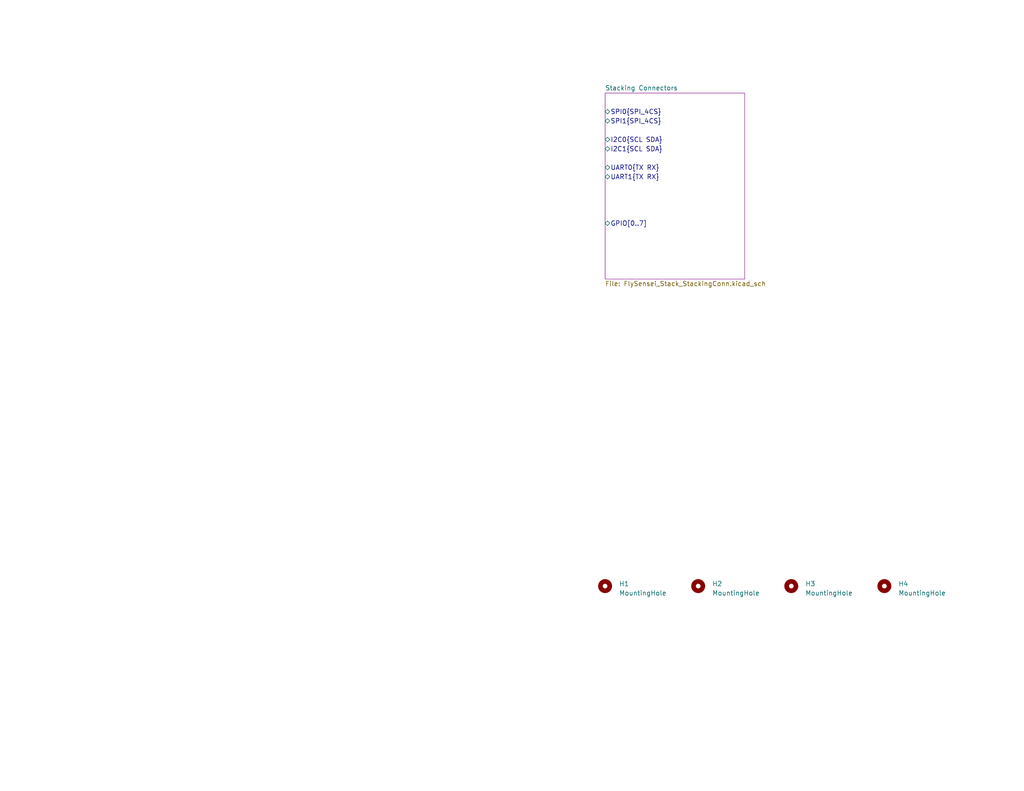
<source format=kicad_sch>
(kicad_sch (version 20210406) (generator eeschema)
  (paper "USLetter")
  (title_block (title "FlySensei RPi Stack") (date "2021-05-24") (rev "0.1") (company "George Mason University"))
  (lib_symbols
    (symbol "Mechanical:MountingHole" (pin_names (offset 1.016))
      (property "Reference" "H" (at 0 5.08 0))
      (property "Value" "MountingHole" (at 0 3.175 0))
      (symbol "MountingHole_0_1"
        (circle (center 0 0) (radius 1.27) (stroke (width 1.27)))
      )
    )
  )
  (symbol (lib_id "Mechanical:MountingHole") (at 165.1 160.02 0) (unit 1)
    (property "Reference" "H1" (at 168.91 159.3849 0) (effects (justify left)))
    (property "Value" "MountingHole" (at 168.91 161.9249 0) (effects (justify left)))
    (property "Footprint" "MountingHole:MountingHole_2.7mm_M2.5_Pad_Via" (effects hide))
  )
  (symbol (lib_id "Mechanical:MountingHole") (at 190.5 160.02 0) (unit 1)
    (property "Reference" "H2" (at 194.31 159.3849 0) (effects (justify left)))
    (property "Value" "MountingHole" (at 194.31 161.9249 0) (effects (justify left)))
    (property "Footprint" "MountingHole:MountingHole_2.7mm_M2.5_Pad_Via" (effects hide))
  )
  (symbol (lib_id "Mechanical:MountingHole") (at 215.9 160.02 0) (unit 1)
    (property "Reference" "H3" (at 219.71 159.3849 0) (effects (justify left)))
    (property "Value" "MountingHole" (at 219.71 161.9249 0) (effects (justify left)))
    (property "Footprint" "MountingHole:MountingHole_2.7mm_M2.5_Pad_Via" (effects hide))
  )
  (symbol (lib_id "Mechanical:MountingHole") (at 241.3 160.02 0) (unit 1)
    (property "Reference" "H4" (at 245.11 159.3849 0) (effects (justify left)))
    (property "Value" "MountingHole" (at 245.11 161.9249 0) (effects (justify left)))
    (property "Footprint" "MountingHole:MountingHole_2.7mm_M2.5_Pad_Via" (effects hide))
  )
  (sheet (at 165.1 25.4) (size 38.1 50.8) (stroke (width 0.0006) (color 132 0 132 1)) (fill (color 255 255 255 0.0000))
    (property "Sheet name" "Stacking Connectors" (at 165.1 24.7643 0) (effects (justify left bottom)))
    (property "Sheet file" "FlySensei_Stack_StackingConn.kicad_sch" (at 165.1 76.7087 0) (effects (justify left top)))
    (pin "SPI0{SPI_4CS}" bidirectional (at 165.1 30.48 180))
    (pin "SPI1{SPI_4CS}" bidirectional (at 165.1 33.02 180))
    (pin "GPIO[0..7]" bidirectional (at 165.1 60.96 180))
    (pin "UART0{TX RX}" bidirectional (at 165.1 45.72 180))
    (pin "UART1{TX RX}" bidirectional (at 165.1 48.26 180))
    (pin "I2C0{SCL SDA}" bidirectional (at 165.1 38.1 180))
    (pin "I2C1{SCL SDA}" bidirectional (at 165.1 40.64 180))
  )
)
</source>
